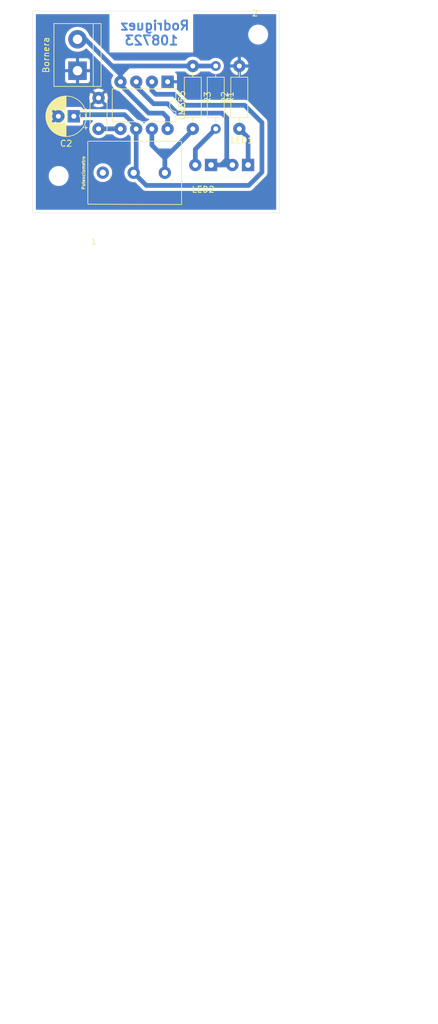
<source format=kicad_pcb>
(kicad_pcb (version 20211014) (generator pcbnew)
  (layers (0 "F.Cu" signal) (31 "B.Cu" signal) (34 "B.Paste" user) (35 "F.Paste" user) (36 "B.SilkS" user "B.Silkscreen") (37 "F.SilkS" user "F.Silkscreen") (38 "B.Mask" user) (39 "F.Mask" user) (44 "Edge.Cuts" user))
  (net 0 "")
  (net 1 "VCC")
  (net 2 "Net-(D2-Pad2)")
  (net 3 "Net-(D1-Pad1)")
  (net 4 "GND")
  (net 5 "Net-(R3-Pad2)")
  (net 6 "Net-(C2-Pad1)")
  (net 8 "Net-(D1-Pad2)")
  (net 9 "Net-(C1-Pad1)")
  (footprint "MountingHole:MountingHole_2.2mm_M2" (layer "F.Cu") (at 123.19 120.904)
    (fp_text reference "2" (at -0.508 -3.454) (layer "F.SilkS"))
    (fp_text value "MountingHole_2.2mm_M2")
    (pad "" np_thru_hole circle (at 0 0) (size 2.2 2.2) (drill 2.2) (layers *.Cu *.Mask))
  )
  (footprint "MountingHole:MountingHole_2.2mm_M2" (layer "F.Cu") (at 90.932 143.764 180)
    (fp_text reference "1" (at -5.688881 -10.566) (layer "F.SilkS"))
    (fp_text value "MountingHole_2.2mm_M2")
    (pad "" np_thru_hole circle (at 0 0 180) (size 2.2 2.2) (drill 2.2) (layers *.Cu *.Mask))
  )
  (footprint "TerminalBlock:TerminalBlock_bornier-2_P5.08mm" (layer "F.Cu") (at 93.98 126.746 90)
    (fp_text reference "Bornera" (at 2.54 -5.08 90) (layer "F.SilkS"))
    (fp_text value "Alimentación")
    (fp_line (start -2.54 3.81) (end 7.62 3.81) (layer "F.SilkS") (width 0.12))
    (fp_line (start 7.62 3.81) (end 7.62 -3.81) (layer "F.SilkS") (width 0.12))
    (fp_line (start 7.62 -3.81) (end -2.54 -3.81) (layer "F.SilkS") (width 0.12))
    (fp_line (start 7.62 2.54) (end -2.54 2.54) (layer "F.SilkS") (width 0.12))
    (fp_line (start -2.54 -3.81) (end -2.54 3.81) (layer "F.SilkS") (width 0.12))
    (pad "1" thru_hole rect (at 0 0 90) (size 3 3) (drill 1.52) (layers *.Cu *.Mask) (net 4 "GND"))
    (pad "2" thru_hole circle (at 5.08 0 90) (size 3 3) (drill 1.52) (layers *.Cu *.Mask) (net 1 "VCC"))
  )
  (footprint "Resistor_THT:R_Axial_DIN0207_L6.3mm_D2.5mm_P10.16mm_Horizontal" (layer "F.Cu") (at 112.622881 125.984 -90)
    (fp_text reference "R3" (at 5.08 -2.37 90) (layer "F.SilkS"))
    (fp_text value "1K")
    (fp_line (start 1.04 0) (end 1.81 0) (layer "F.SilkS") (width 0.12))
    (fp_line (start 8.35 1.37) (end 8.35 -1.37) (layer "F.SilkS") (width 0.12))
    (fp_line (start 1.81 -1.37) (end 1.81 1.37) (layer "F.SilkS") (width 0.12))
    (fp_line (start 8.35 -1.37) (end 1.81 -1.37) (layer "F.SilkS") (width 0.12))
    (fp_line (start 1.81 1.37) (end 8.35 1.37) (layer "F.SilkS") (width 0.12))
    (fp_line (start 9.12 0) (end 8.35 0) (layer "F.SilkS") (width 0.12))
    (pad "1" thru_hole circle (at 0 0 270) (size 2 2) (drill 0.8) (layers *.Cu *.Mask) (net 1 "VCC"))
    (pad "2" thru_hole oval (at 10.16 0 270) (size 2 2) (drill 0.8) (layers *.Cu *.Mask) (net 5 "Net-(R3-Pad2)"))
  )
  (footprint "Potentiometer_THT:Potentiometer_Alps_RK097_Single_Horizontal" (layer "F.Cu") (at 105.564881 143.24725 90)
    (fp_text reference "Potenciometro" (at -0.01 -10.61 90) (layer "F.SilkS") (effects (font (size 0.5 0.5) (thickness 0.125))))
    (fp_text value "70.9k")
    (fp_line (start -5.095 5.245) (end 5.015 5.235) (layer "F.SilkS") (width 0.12))
    (fp_line (start -5.075 -9.875) (end -5.125 5.195) (layer "F.SilkS") (width 0.12))
    (fp_line (start -5.025 -9.915) (end 5.085 -9.925) (layer "F.SilkS") (width 0.12))
    (fp_line (start 5.1075 -9.7825) (end 5.0925 5.1825) (layer "F.SilkS") (width 0.12))
    (pad "1" thru_hole circle (at 0 2.54 90) (size 2 2) (drill 1) (layers *.Cu *.Mask) (net 5 "Net-(R3-Pad2)"))
    (pad "2" thru_hole circle (at 0 -2.5 90) (size 2 2) (drill 1) (layers *.Cu *.Mask) (net 6 "Net-(C2-Pad1)"))
    (pad "3" thru_hole circle (at 0.02 -7.49 90) (size 2 2) (drill 1) (layers *.Cu *.Mask))
  )
  (footprint "LED_THT:LED_D5.0mm" (layer "F.Cu") (at 121.557984 141.986 180)
    (fp_text reference "LED1" (at 1 4) (layer "F.SilkS"))
    (fp_text value "LED")
    (pad "1" thru_hole rect (at 0 0 180) (size 2 2) (drill 0.9) (layers *.Cu *.Mask) (net 3 "Net-(D1-Pad1)"))
    (pad "2" thru_hole circle (at 2.54 0 180) (size 2 2) (drill 0.9) (layers *.Cu *.Mask) (net 8 "Net-(D1-Pad2)"))
  )
  (footprint "Package_DIP:DIP-8_W7.62mm" (layer "F.Cu") (at 108.548881 128.534 -90)
    (fp_text reference "LM555" (at 3.81 -2.33 90) (layer "F.SilkS"))
    (fp_text value "LM555xM")
    (fp_line (start 1.16 -1.33) (end 1.16 8.95) (layer "F.SilkS") (width 0.12))
    (fp_line (start 2.81 -1.33) (end 1.16 -1.33) (layer "F.SilkS") (width 0.12))
    (fp_line (start 6.46 8.95) (end 6.46 -1.33) (layer "F.SilkS") (width 0.12))
    (fp_line (start 6.46 -1.33) (end 4.81 -1.33) (layer "F.SilkS") (width 0.12))
    (fp_line (start 1.16 8.95) (end 6.46 8.95) (layer "F.SilkS") (width 0.12))
    (fp_arc (start 4.81 -1.33) (mid 3.81 -0.33) (end 2.81 -1.33) (layer "F.SilkS") (width 0.12))
    (pad "1" thru_hole rect (at 0 0 270) (size 2 2) (drill 0.8) (layers *.Cu *.Mask) (net 4 "GND"))
    (pad "2" thru_hole oval (at 0 2.54 270) (size 2 2) (drill 0.8) (layers *.Cu *.Mask) (net 6 "Net-(C2-Pad1)"))
    (pad "3" thru_hole oval (at 0 5.08 270) (size 2 2) (drill 0.8) (layers *.Cu *.Mask) (net 8 "Net-(D1-Pad2)"))
    (pad "4" thru_hole oval (at 0 7.62 270) (size 2 2) (drill 0.8) (layers *.Cu *.Mask) (net 1 "VCC"))
    (pad "5" thru_hole oval (at 7.62 7.62 270) (size 2 2) (drill 0.8) (layers *.Cu *.Mask) (net 9 "Net-(C1-Pad1)"))
    (pad "6" thru_hole oval (at 7.62 5.08 270) (size 2 2) (drill 0.8) (layers *.Cu *.Mask) (net 6 "Net-(C2-Pad1)"))
    (pad "7" thru_hole oval (at 7.62 2.54 270) (size 2 2) (drill 0.8) (layers *.Cu *.Mask) (net 5 "Net-(R3-Pad2)"))
    (pad "8" thru_hole oval (at 7.62 0 270) (size 2 2) (drill 0.8) (layers *.Cu *.Mask) (net 1 "VCC"))
  )
  (footprint "Resistor_THT:R_Axial_DIN0207_L6.3mm_D2.5mm_P10.16mm_Horizontal" (layer "F.Cu") (at 116.332 125.984 -90)
    (fp_text reference "R1" (at 5.08 -2.37 -90) (layer "F.SilkS"))
    (fp_text value "1k")
    (fp_line (start 1.81 -1.37) (end 1.81 1.37) (layer "F.SilkS") (width 0.12))
    (fp_line (start 9.12 0) (end 8.35 0) (layer "F.SilkS") (width 0.12))
    (fp_line (start 8.35 1.37) (end 8.35 -1.37) (layer "F.SilkS") (width 0.12))
    (fp_line (start 8.35 -1.37) (end 1.81 -1.37) (layer "F.SilkS") (width 0.12))
    (fp_line (start 1.04 0) (end 1.81 0) (layer "F.SilkS") (width 0.12))
    (fp_line (start 1.81 1.37) (end 8.35 1.37) (layer "F.SilkS") (width 0.12))
    (pad "1" thru_hole circle (at 0 0 270) (size 1.6 1.6) (drill 0.8) (layers *.Cu *.Mask) (net 1 "VCC"))
    (pad "2" thru_hole oval (at 10.16 0 270) (size 1.6 1.6) (drill 0.8) (layers *.Cu *.Mask) (net 2 "Net-(D2-Pad2)"))
  )
  (footprint "Capacitor_THT:C_Disc_D6.0mm_W2.5mm_P5.00mm" (layer "F.Cu") (at 97.382881 136.144 90)
    (fp_text reference "C1" (at 2.5 -2.5 90) (layer "F.SilkS"))
    (fp_text value "100nF")
    (fp_line (start -0.62 1.37) (end 5.62 1.37) (layer "F.SilkS") (width 0.12))
    (fp_line (start -0.62 0.925) (end -0.62 1.37) (layer "F.SilkS") (width 0.12))
    (fp_line (start -0.62 -1.37) (end 5.62 -1.37) (layer "F.SilkS") (width 0.12))
    (fp_line (start -0.62 -1.37) (end -0.62 -0.925) (layer "F.SilkS") (width 0.12))
    (fp_line (start 5.62 0.925) (end 5.62 1.37) (layer "F.SilkS") (width 0.12))
    (fp_line (start 5.62 -1.37) (end 5.62 -0.925) (layer "F.SilkS") (width 0.12))
    (pad "1" thru_hole circle (at 0 0 90) (size 2 2) (drill 0.8) (layers *.Cu *.Mask) (net 9 "Net-(C1-Pad1)"))
    (pad "2" thru_hole circle (at 5 0 90) (size 2 2) (drill 0.8) (layers *.Cu *.Mask) (net 4 "GND"))
  )
  (footprint "LED_THT:LED_D5.0mm" (layer "F.Cu") (at 115.57 141.986 180)
    (fp_text reference "LED2" (at 1.27 -3.96) (layer "F.SilkS"))
    (fp_text value "LED")
    (pad "1" thru_hole rect (at 0 0 180) (size 2 2) (drill 0.9) (layers *.Cu *.Mask) (net 8 "Net-(D1-Pad2)"))
    (pad "2" thru_hole circle (at 2.54 0 180) (size 2 2) (drill 0.9) (layers *.Cu *.Mask) (net 2 "Net-(D2-Pad2)"))
  )
  (footprint "Capacitor_THT:CP_Radial_D6.3mm_P2.50mm" (layer "F.Cu") (at 93.38438 134.112 180)
    (fp_text reference "C2" (at 1.25 -4.4) (layer "F.SilkS"))
    (fp_text value "100uF")
    (fp_line (start 1.77 -3.189) (end 1.77 -1.04) (layer "F.SilkS") (width 0.12))
    (fp_line (start 2.851 -2.812) (end 2.851 -1.04) (layer "F.SilkS") (width 0.12))
    (fp_line (start 3.371 1.04) (end 3.371 2.45) (layer "F.SilkS") (width 0.12))
    (fp_line (start 3.531 -2.305) (end 3.531 -1.04) (layer "F.SilkS") (width 0.12))
    (fp_line (start 2.011 -3.141) (end 2.011 -1.04) (layer "F.SilkS") (width 0.12))
    (fp_line (start 4.451 -0.633) (end 4.451 0.633) (layer "F.SilkS") (width 0.12))
    (fp_line (start 2.611 1.04) (end 2.611 2.934) (layer "F.SilkS") (width 0.12))
    (fp_line (start 3.091 1.04) (end 3.091 2.664) (layer "F.SilkS") (width 0.12))
    (fp_line (start 3.451 1.04) (end 3.451 2.38) (layer "F.SilkS") (width 0.12))
    (fp_line (start 2.491 1.04) (end 2.491 2.986) (layer "F.SilkS") (width 0.12))
    (fp_line (start 1.41 -3.227) (end 1.41 3.227) (layer "F.SilkS") (width 0.12))
    (fp_line (start 2.811 -2.834) (end 2.811 -1.04) (layer "F.SilkS") (width 0.12))
    (fp_line (start 2.571 -2.952) (end 2.571 -1.04) (layer "F.SilkS") (width 0.12))
    (fp_line (start 2.971 1.04) (end 2.971 2.742) (layer "F.SilkS") (width 0.12))
    (fp_line (start 3.171 -2.607) (end 3.171 -1.04) (layer "F.SilkS") (width 0.12))
    (fp_line (start 3.531 1.04) (end 3.531 2.305) (layer "F.SilkS") (width 0.12))
    (fp_line (start 2.331 1.04) (end 2.331 3.047) (layer "F.SilkS") (width 0.12))
    (fp_line (start 3.411 1.04) (end 3.411 2.416) (layer "F.SilkS") (width 0.12))
    (fp_line (start 2.491 -2.986) (end 2.491 -1.04) (layer "F.SilkS") (width 0.12))
    (fp_line (start 2.931 -2.766) (end 2.931 -1.04) (layer "F.SilkS") (width 0.12))
    (fp_line (start 2.531 -2.97) (end 2.531 -1.04) (layer "F.SilkS") (width 0.12))
    (fp_line (start 2.331 -3.047) (end 2.331 -1.04) (layer "F.SilkS") (width 0.12))
    (fp_line (start 2.251 1.04) (end 2.251 3.074) (layer "F.SilkS") (width 0.12))
    (fp_line (start 3.491 -2.343) (end 3.491 -1.04) (layer "F.SilkS") (width 0.12))
    (fp_line (start 4.291 -1.165) (end 4.291 1.165) (layer "F.SilkS") (width 0.12))
    (fp_line (start 3.811 -1.995) (end 3.811 1.995) (layer "F.SilkS") (width 0.12))
    (fp_line (start 2.731 -2.876) (end 2.731 -1.04) (layer "F.SilkS") (width 0.12))
    (fp_line (start 2.011 1.04) (end 2.011 3.141) (layer "F.SilkS") (width 0.12))
    (fp_line (start 1.89 1.04) (end 1.89 3.167) (layer "F.SilkS") (width 0.12))
    (fp_line (start 1.25 -3.23) (end 1.25 3.23) (layer "F.SilkS") (width 0.12))
    (fp_line (start 2.051 1.04) (end 2.051 3.131) (layer "F.SilkS") (width 0.12))
    (fp_line (start 3.331 1.04) (end 3.331 2.484) (layer "F.SilkS") (width 0.12))
    (fp_line (start 3.371 -2.45) (end 3.371 -1.04) (layer "F.SilkS") (width 0.12))
    (fp_line (start 3.571 -2.265) (end 3.571 2.265) (layer "F.SilkS") (width 0.12))
    (fp_line (start 2.371 -3.033) (end 2.371 -1.04) (layer "F.SilkS") (width 0.12))
    (fp_line (start 3.171 1.04) (end 3.171 2.607) (layer "F.SilkS") (width 0.12))
    (fp_line (start 2.651 -2.916) (end 2.651 -1.04) (layer "F.SilkS") (width 0.12))
    (fp_line (start 2.091 1.04) (end 2.091 3.121) (layer "F.SilkS") (width 0.12))
    (fp_line (start 1.93 -3.159) (end 1.93 -1.04) (layer "F.SilkS") (width 0.12))
    (fp_line (start 3.611 -2.224) (end 3.611 2.224) (layer "F.SilkS") (width 0.12))
    (fp_line (start 3.491 1.04) (end 3.491 2.343) (layer "F.SilkS") (width 0.12))
    (fp_line (start 3.891 -1.89) (end 3.891 1.89) (layer "F.SilkS") (width 0.12))
    (fp_line (start 1.61 1.04) (end 1.61 3.211) (layer "F.SilkS") (width 0.12))
    (fp_line (start 3.131 -2.636) (end 3.131 -1.04) (layer "F.SilkS") (width 0.12))
    (fp_line (start 3.051 -2.69) (end 3.051 -1.04) (layer "F.SilkS") (width 0.12))
    (fp_line (start 4.211 -1.35) (end 4.211 1.35) (layer "F.SilkS") (width 0.12))
    (fp_line (start 2.251 -3.074) (end 2.251 -1.04) (layer "F.SilkS") (width 0.12))
    (fp_line (start 4.171 -1.432) (end 4.171 1.432) (layer "F.SilkS") (width 0.12))
    (fp_line (start 1.45 -3.224) (end 1.45 3.224) (layer "F.SilkS") (width 0.12))
    (fp_line (start 4.411 -0.802) (end 4.411 0.802) (layer "F.SilkS") (width 0.12))
    (fp_line (start 2.571 1.04) (end 2.571 2.952) (layer "F.SilkS") (width 0.12))
    (fp_line (start 1.57 -3.215) (end 1.57 -1.04) (layer "F.SilkS") (width 0.12))
    (fp_line (start 1.93 1.04) (end 1.93 3.159) (layer "F.SilkS") (width 0.12))
    (fp_line (start 1.81 1.04) (end 1.81 3.182) (layer "F.SilkS") (width 0.12))
    (fp_line (start 1.77 1.04) (end 1.77 3.189) (layer "F.SilkS") (width 0.12))
    (fp_line (start 1.971 -3.15) (end 1.971 -1.04) (layer "F.SilkS") (width 0.12))
    (fp_line (start 1.85 1.04) (end 1.85 3.175) (layer "F.SilkS") (width 0.12))
    (fp_line (start 1.81 -3.182) (end 1.81 -1.04) (layer "F.SilkS") (width 0.12))
    (fp_line (start 3.931 -1.834) (end 3.931 1.834) (layer "F.SilkS") (width 0.12))
    (fp_line (start 3.851 -1.944) (end 3.851 1.944) (layer "F.SilkS") (width 0.12))
    (fp_line (start 2.131 -3.11) (end 2.131 -1.04) (layer "F.SilkS") (width 0.12))
    (fp_line (start 1.33 -3.23) (end 1.33 3.23) (layer "F.SilkS") (width 0.12))
    (fp_line (start 1.65 -3.206) (end 1.65 -1.04) (layer "F.SilkS") (width 0.12))
    (fp_line (start 2.731 1.04) (end 2.731 2.876) (layer "F.SilkS") (width 0.12))
    (fp_line (start 1.85 -3.175) (end 1.85 -1.04) (layer "F.SilkS") (width 0.12))
    (fp_line (start 2.891 1.04) (end 2.891 2.79) (layer "F.SilkS") (width 0.12))
    (fp_line (start 3.051 1.04) (end 3.051 2.69) (layer "F.SilkS") (width 0.12))
    (fp_line (start 1.61 -3.211) (end 1.61 -1.04) (layer "F.SilkS") (width 0.12))
    (fp_line (start 1.37 -3.228) (end 1.37 3.228) (layer "F.SilkS") (width 0.12))
    (fp_line (start 2.771 -2.856) (end 2.771 -1.04) (layer "F.SilkS") (width 0.12))
    (fp_line (start 3.451 -2.38) (end 3.451 -1.04) (layer "F.SilkS") (width 0.12))
    (fp_line (start 2.411 -3.018) (end 2.411 -1.04) (layer "F.SilkS") (width 0.12))
    (fp_line (start 3.971 -1.776) (end 3.971 1.776) (layer "F.SilkS") (width 0.12))
    (fp_line (start 2.811 1.04) (end 2.811 2.834) (layer "F.SilkS") (width 0.12))
    (fp_line (start 2.971 -2.742) (end 2.971 -1.04) (layer "F.SilkS") (width 0.12))
    (fp_line (start 4.491 -0.402) (end 4.491 0.402) (layer "F.SilkS") (width 0.12))
    (fp_line (start 1.73 -3.195) (end 1.73 -1.04) (layer "F.SilkS") (width 0.12))
    (fp_line (start 2.211 -3.086) (end 2.211 -1.04) (layer "F.SilkS") (width 0.12))
    (fp_line (start 3.131 1.04) (end 3.131 2.636) (layer "F.SilkS") (width 0.12))
    (fp_line (start 1.53 -3.218) (end 1.53 -1.04) (layer "F.SilkS") (width 0.12))
    (fp_line (start 2.851 1.04) (end 2.851 2.812) (layer "F.SilkS") (width 0.12))
    (fp_line (start 1.49 1.04) (end 1.49 3.222) (layer "F.SilkS") (width 0.12))
    (fp_line (start 2.931 1.04) (end 2.931 2.766) (layer "F.SilkS") (width 0.12))
    (fp_line (start 1.53 1.04) (end 1.53 3.218) (layer "F.SilkS") (width 0.12))
    (fp_line (start 3.291 1.04) (end 3.291 2.516) (layer "F.SilkS") (width 0.12))
    (fp_line (start 3.251 1.04) (end 3.251 2.548) (layer "F.SilkS") (width 0.12))
    (fp_line (start 3.251 -2.548) (end 3.251 -1.04) (layer "F.SilkS") (width 0.12))
    (fp_line (start 1.29 -3.23) (end 1.29 3.23) (layer "F.SilkS") (width 0.12))
    (fp_line (start 3.331 -2.484) (end 3.331 -1.04) (layer "F.SilkS") (width 0.12))
    (fp_line (start 4.131 -1.509) (end 4.131 1.509) (layer "F.SilkS") (width 0.12))
    (fp_line (start 1.89 -3.167) (end 1.89 -1.04) (layer "F.SilkS") (width 0.12))
    (fp_line (start 4.091 -1.581) (end 4.091 1.581) (layer "F.SilkS") (width 0.12))
    (fp_line (start 4.331 -1.059) (end 4.331 1.059) (layer "F.SilkS") (width 0.12))
    (fp_line (start 2.291 1.04) (end 2.291 3.061) (layer "F.SilkS") (width 0.12))
    (fp_line (start 2.211 1.04) (end 2.211 3.086) (layer "F.SilkS") (width 0.12))
    (fp_line (start 1.69 -3.201) (end 1.69 -1.04) (layer "F.SilkS") (width 0.12))
    (fp_line (start 3.011 -2.716) (end 3.011 -1.04) (layer "F.SilkS") (width 0.12))
    (fp_line (start 4.371 -0.94) (end 4.371 0.94) (layer "F.SilkS") (width 0.12))
    (fp_line (start 2.531 1.04) (end 2.531 2.97) (layer "F.SilkS") (width 0.12))
    (fp_line (start 4.251 -1.262) (end 4.251 1.262) (layer "F.SilkS") (width 0.12))
    (fp_line (start 2.171 -3.098) (end 2.171 -1.04) (layer "F.SilkS") (width 0.12))
    (fp_line (start 2.091 -3.121) (end 2.091 -1.04) (layer "F.SilkS") (width 0.12))
    (fp_line (start 4.051 -1.65) (end 4.051 1.65) (layer "F.SilkS") (width 0.12))
    (fp_line (start 3.211 1.04) (end 3.211 2.578) (layer "F.SilkS") (width 0.12))
    (fp_line (start 2.691 -2.896) (end 2.691 -1.04) (layer "F.SilkS") (width 0.12))
    (fp_line (start 1.73 1.04) (end 1.73 3.195) (layer "F.SilkS") (width 0.12))
    (fp_line (start 2.691 1.04) (end 2.691 2.896) (layer "F.SilkS") (width 0.12))
    (fp_line (start 2.411 1.04) (end 2.411 3.018) (layer "F.SilkS") (width 0.12))
    (fp_line (start 2.451 -3.002) (end 2.451 -1.04) (layer "F.SilkS") (width 0.12))
    (fp_line (start 2.451 1.04) (end 2.451 3.002) (layer "F.SilkS") (width 0.12))
    (fp_line (start 1.49 -3.222) (end 1.49 -1.04) (layer "F.SilkS") (width 0.12))
    (fp_line (start 1.971 1.04) (end 1.971 3.15) (layer "F.SilkS") (width 0.12))
    (fp_line (start 3.651 -2.182) (end 3.651 2.182) (layer "F.SilkS") (width 0.12))
    (fp_line (start 1.65 1.04) (end 1.65 3.206) (layer "F.SilkS") (width 0.12))
    (fp_line (start 2.051 -3.131) (end 2.051 -1.04) (layer "F.SilkS") (width 0.12))
    (fp_line (start 3.211 -2.578) (end 3.211 -1.04) (layer "F.SilkS") (width 0.12))
    (fp_line (start 3.771 -2.044) (end 3.771 2.044) (layer "F.SilkS") (width 0.12))
    (fp_line (start 1.69 1.04) (end 1.69 3.201) (layer "F.SilkS") (width 0.12))
    (fp_line (start -2.250241 -1.839) (end -1.620241 -1.839) (layer "F.SilkS") (width 0.12))
    (fp_line (start 2.771 1.04) (end 2.771 2.856) (layer "F.SilkS") (width 0.12))
    (fp_line (start 1.57 1.04) (end 1.57 3.215) (layer "F.SilkS") (width 0.12))
    (fp_line (start 2.131 1.04) (end 2.131 3.11) (layer "F.SilkS") (width 0.12))
    (fp_line (start 2.651 1.04) (end 2.651 2.916) (layer "F.SilkS") (width 0.12))
    (fp_line (start 3.091 -2.664) (end 3.091 -1.04) (layer "F.SilkS") (width 0.12))
    (fp_line (start 2.371 1.04) (end 2.371 3.033) (layer "F.SilkS") (width 0.12))
    (fp_line (start 2.291 -3.061) (end 2.291 -1.04) (layer "F.SilkS") (width 0.12))
    (fp_line (start 3.731 -2.092) (end 3.731 2.092) (layer "F.SilkS") (width 0.12))
    (fp_line (start 2.891 -2.79) (end 2.891 -1.04) (layer "F.SilkS") (width 0.12))
    (fp_line (start 3.011 1.04) (end 3.011 2.716) (layer "F.SilkS") (width 0.12))
    (fp_line (start 3.691 -2.137) (end 3.691 2.137) (layer "F.SilkS") (width 0.12))
    (fp_line (start 2.171 1.04) (end 2.171 3.098) (layer "F.SilkS") (width 0.12))
    (fp_line (start 4.011 -1.714) (end 4.011 1.714) (layer "F.SilkS") (width 0.12))
    (fp_line (start 3.291 -2.516) (end 3.291 -1.04) (layer "F.SilkS") (width 0.12))
    (fp_line (start -1.935241 -2.154) (end -1.935241 -1.524) (layer "F.SilkS") (width 0.12))
    (fp_line (start 3.411 -2.416) (end 3.411 -1.04) (layer "F.SilkS") (width 0.12))
    (fp_line (start 2.611 -2.934) (end 2.611 -1.04) (layer "F.SilkS") (width 0.12))
    (fp_circle (center 1.25 0) (end 4.52 0) (layer "F.SilkS") (width 0.12) (fill none))
    (pad "1" thru_hole rect (at 0 0 180) (size 2 2) (drill 0.8) (layers *.Cu *.Mask) (net 6 "Net-(C2-Pad1)"))
    (pad "2" thru_hole circle (at 2.5 0 180) (size 2 2) (drill 0.8) (layers *.Cu *.Mask) (net 4 "GND"))
  )
  (footprint "Resistor_THT:R_Axial_DIN0207_L6.3mm_D2.5mm_P10.16mm_Horizontal" (layer "F.Cu") (at 120.142 136.144 90)
    (fp_text reference "R2" (at 5.08 -2.37 90) (layer "F.SilkS"))
    (fp_text value "1k")
    (fp_line (start 1.81 -1.37) (end 1.81 1.37) (layer "F.SilkS") (width 0.12))
    (fp_line (start 1.81 1.37) (end 8.35 1.37) (layer "F.SilkS") (width 0.12))
    (fp_line (start 1.04 0) (end 1.81 0) (layer "F.SilkS") (width 0.12))
    (fp_line (start 8.35 1.37) (end 8.35 -1.37) (layer "F.SilkS") (width 0.12))
    (fp_line (start 8.35 -1.37) (end 1.81 -1.37) (layer "F.SilkS") (width 0.12))
    (fp_line (start 9.12 0) (end 8.35 0) (layer "F.SilkS") (width 0.12))
    (pad "1" thru_hole circle (at 0 0 90) (size 2 2) (drill 0.8) (layers *.Cu *.Mask) (net 3 "Net-(D1-Pad1)"))
    (pad "2" thru_hole oval (at 10.16 0 90) (size 2 2) (drill 0.8) (layers *.Cu *.Mask) (net 4 "GND"))
  )
  (gr_rect (start 86.741 117.094) (end 126.619 149.733) (layer "Edge.Cuts") (width 0.05) (fill none))
  (gr_text "Rodriguez \n108723" (at 105.918 120.65) (layer "B.Cu") (effects (font (size 1.5 1.5) (thickness 0.3)) (justify mirror)))
  (segment (start 108.548881 136.154) (end 108.548881 134.376) (width 0.762) (layer "B.Cu") (net 1))
  (segment (start 100.928881 129.022) (end 105.510881 133.604) (width 0.762) (layer "B.Cu") (net 1))
  (segment (start 108.548881 134.356) (end 108.548881 136.154) (width 0.762) (layer "B.Cu") (net 1))
  (segment (start 100.584 126.932179) (end 100.584 125.984) (width 0.762) (layer "B.Cu") (net 1))
  (segment (start 101.275971 126.054029) (end 101.346 125.984) (width 0.762) (layer "B.Cu") (net 1))
  (segment (start 100.928881 127.27706) (end 100.584 126.932179) (width 0.762) (layer "B.Cu") (net 1))
  (segment (start 93.98 121.666) (end 95.25 121.666) (width 0.762) (layer "B.Cu") (net 1))
  (segment (start 103.097881 125.984) (end 101.346 125.984) (width 0.762) (layer "B.Cu") (net 1))
  (segment (start 102.221941 125.984) (end 103.097881 125.984) (width 0.762) (layer "B.Cu") (net 1))
  (segment (start 105.510881 133.604) (end 107.796881 133.604) (width 0.762) (layer "B.Cu") (net 1))
  (segment (start 99.568 125.984) (end 100.584 125.984) (width 0.762) (layer "B.Cu") (net 1))
  (segment (start 101.275971 126.929971) (end 102.221941 125.984) (width 0.762) (layer "B.Cu") (net 1))
  (segment (start 107.796881 133.604) (end 108.548881 134.356) (width 0.762) (layer "B.Cu") (net 1))
  (segment (start 112.622881 125.984) (end 103.097881 125.984) (width 0.762) (layer "B.Cu") (net 1))
  (segment (start 100.928881 128.534) (end 100.928881 129.022) (width 0.762) (layer "B.Cu") (net 1))
  (segment (start 101.275971 126.929971) (end 101.275971 126.054029) (width 0.762) (layer "B.Cu") (net 1))
  (segment (start 116.332 125.984) (end 112.622881 125.984) (width 0.762) (layer "B.Cu") (net 1))
  (segment (start 95.25 121.666) (end 99.568 125.984) (width 0.762) (layer "B.Cu") (net 1))
  (segment (start 100.928881 127.27706) (end 101.275971 126.929971) (width 0.762) (layer "B.Cu") (net 1))
  (segment (start 99.568 125.984) (end 100.928881 127.344881) (width 0.762) (layer "B.Cu") (net 1))
  (segment (start 100.928881 128.534) (end 100.928881 127.27706) (width 0.762) (layer "B.Cu") (net 1))
  (segment (start 100.928881 127.344881) (end 100.928881 128.534) (width 0.762) (layer "B.Cu") (net 1))
  (segment (start 101.346 125.984) (end 100.584 125.984) (width 0.762) (layer "B.Cu") (net 1))
  (segment (start 113.03 141.986) (end 113.03 139.446) (width 0.762) (layer "B.Cu") (net 2))
  (segment (start 113.03 139.446) (end 116.332 136.144) (width 0.762) (layer "B.Cu") (net 2))
  (segment (start 120.142 136.144) (end 121.557984 137.559984) (width 0.762) (layer "B.Cu") (net 3))
  (segment (start 121.557984 137.559984) (end 121.557984 141.986) (width 0.762) (layer "B.Cu") (net 3))
  (segment (start 108.104881 140.662) (end 108.104881 143.24725) (width 0.762) (layer "B.Cu") (net 5))
  (segment (start 112.622881 136.144) (end 112.622881 136.34756) (width 0.762) (layer "B.Cu") (net 5))
  (segment (start 108.104881 140.662) (end 108.104881 140.108881) (width 0.762) (layer "B.Cu") (net 5))
  (segment (start 106.934 139.7) (end 108.104881 140.870881) (width 0.762) (layer "B.Cu") (net 5))
  (segment (start 108.101775 140.868666) (end 108.101775 141.243497) (width 0.762) (layer "B.Cu") (net 5))
  (segment (start 106.008881 138.774881) (end 106.934 139.7) (width 0.762) (layer "B.Cu") (net 5))
  (segment (start 108.104881 140.108881) (end 107.696 139.7) (width 0.762) (layer "B.Cu") (net 5))
  (segment (start 112.622881 136.34756) (end 108.101775 140.868666) (width 0.762) (layer "B.Cu") (net 5))
  (segment (start 107.696 139.7) (end 109.066882 139.7) (width 0.762) (layer "B.Cu") (net 5))
  (segment (start 106.934 139.7) (end 107.696 139.7) (width 0.762) (layer "B.Cu") (net 5))
  (segment (start 108.104881 140.870881) (end 108.104881 143.24725) (width 0.762) (layer "B.Cu") (net 5))
  (segment (start 112.268 136.144) (end 112.622881 136.144) (width 0.762) (layer "B.Cu") (net 5))
  (segment (start 106.008881 136.154) (end 106.008881 138.774881) (width 0.762) (layer "B.Cu") (net 5))
  (segment (start 106.616668 130.556) (end 106.008881 129.948213) (width 0.762) (layer "B.Cu") (net 6))
  (segment (start 103.468881 135.726881) (end 103.468881 136.154) (width 0.762) (layer "B.Cu") (net 6))
  (segment (start 105.105631 145.288) (end 121.666 145.288) (width 0.762) (layer "B.Cu") (net 6))
  (segment (start 106.008881 129.948213) (end 106.008881 128.534) (width 0.762) (layer "B.Cu") (net 6))
  (segment (start 123.798881 143.155119) (end 123.798881 135.128) (width 0.762) (layer "B.Cu") (net 6))
  (segment (start 103.064881 143.24725) (end 105.105631 145.288) (width 0.762) (layer "B.Cu") (net 6))
  (segment (start 103.468881 142.84325) (end 103.468881 136.154) (width 0.762) (layer "B.Cu") (net 6))
  (segment (start 109.574881 130.556) (end 106.616668 130.556) (width 0.762) (layer "B.Cu") (net 6))
  (segment (start 121.666 145.288) (end 123.798881 143.155119) (width 0.762) (layer "B.Cu") (net 6))
  (segment (start 93.38438 134.112) (end 93.63838 133.858) (width 0.762) (layer "B.Cu") (net 6))
  (segment (start 93.63838 133.858) (end 101.6 133.858) (width 0.762) (layer "B.Cu") (net 6))
  (segment (start 101.6 133.858) (end 103.468881 135.726881) (width 0.762) (layer "B.Cu") (net 6))
  (segment (start 121.004881 132.334) (end 111.352881 132.334) (width 0.762) (layer "B.Cu") (net 6))
  (segment (start 103.064881 143.24725) (end 103.468881 142.84325) (width 0.762) (layer "B.Cu") (net 6))
  (segment (start 123.798881 135.128) (end 121.004881 132.334) (width 0.762) (layer "B.Cu") (net 6))
  (segment (start 111.352881 132.334) (end 109.574881 130.556) (width 0.762) (layer "B.Cu") (net 6))
  (segment (start 103.468881 128.534) (end 103.468881 129.276) (width 0.762) (layer "B.Cu") (net 8))
  (segment (start 106.272881 132.08) (end 108.558881 132.08) (width 0.762) (layer "B.Cu") (net 8))
  (segment (start 118.11 141.078016) (end 119.017984 141.986) (width 0.762) (layer "B.Cu") (net 8))
  (segment (start 115.57 141.986) (end 117.202016 141.986) (width 0.762) (layer "B.Cu") (net 8))
  (segment (start 110.082881 133.604) (end 117.348 133.604) (width 0.762) (layer "B.Cu") (net 8))
  (segment (start 108.558881 132.08) (end 110.082881 133.604) (width 0.762) (layer "B.Cu") (net 8))
  (segment (start 103.468881 129.276) (end 106.272881 132.08) (width 0.762) (layer "B.Cu") (net 8))
  (segment (start 118.11 134.366) (end 118.11 141.078016) (width 0.762) (layer "B.Cu") (net 8))
  (segment (start 117.348 133.604) (end 118.11 134.366) (width 0.762) (layer "B.Cu") (net 8))
  (segment (start 117.202016 141.986) (end 118.11 141.078016) (width 0.762) (layer "B.Cu") (net 8))
  (segment (start 115.57 141.986) (end 119.017984 141.986) (width 0.762) (layer "B.Cu") (net 8))
  (segment (start 97.382881 136.144) (end 100.918881 136.144) (width 0.762) (layer "B.Cu") (net 9))
  (segment (start 100.978881 136.204) (end 100.928881 136.154) (width 0.762) (layer "B.Cu") (net 9))
  (segment (start 100.918881 136.144) (end 100.928881 136.154) (width 0.762) (layer "B.Cu") (net 9))
  (zone (net 4) (net_name "GND") (layer "B.Cu") (connect_pads (clearance 0.508)) (min_thickness 0.254) (fill yes (thermal_gap 0.508) (thermal_bridge_width 0.508))
    (polygon (pts (xy 128.27 150.622) (xy 84.328 150.622) (xy 84.836 115.57) (xy 127.762 115.316)))
  )
)
</source>
